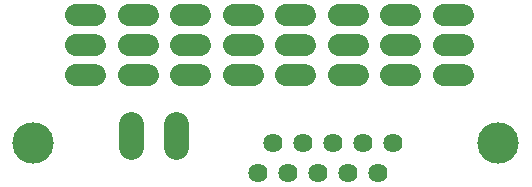
<source format=gts>
From 3f74740bec4e1e3a9e168d84ae314b1e76705b4f Mon Sep 17 00:00:00 2001
From: Nicolas Schodet
Date: Thu, 7 Apr 2011 02:48:09 +0200
Subject: digital: batchpcb order

---
 .../pcb/orders/batchpcb_2011-04-06/spoke-servo.GTS | 82 ++++++++++++++++++++++
 1 file changed, 82 insertions(+)
 create mode 100644 digital/io-hub/pcb/orders/batchpcb_2011-04-06/spoke-servo.GTS

(limited to 'digital/io-hub/pcb/orders/batchpcb_2011-04-06/spoke-servo.GTS')

diff --git a/digital/io-hub/pcb/orders/batchpcb_2011-04-06/spoke-servo.GTS b/digital/io-hub/pcb/orders/batchpcb_2011-04-06/spoke-servo.GTS
new file mode 100644
index 00000000..dcd2b7c3
--- /dev/null
+++ b/digital/io-hub/pcb/orders/batchpcb_2011-04-06/spoke-servo.GTS
@@ -0,0 +1,82 @@
+G75*
+G70*
+%OFA0B0*%
+%FSLAX24Y24*%
+%IPPOS*%
+%LPD*%
+%AMOC8*
+5,1,8,0,0,1.08239X$1,22.5*
+%
+%ADD10C,0.1379*%
+%ADD11C,0.0640*%
+%ADD12C,0.0830*%
+%ADD13C,0.0720*%
+D10*
+X001901Y003030D03*
+X017401Y003030D03*
+D11*
+X013901Y003030D03*
+X012901Y003030D03*
+X011901Y003030D03*
+X010901Y003030D03*
+X009901Y003030D03*
+X009401Y002030D03*
+X010401Y002030D03*
+X011401Y002030D03*
+X012401Y002030D03*
+X013401Y002030D03*
+D12*
+X005151Y002905D02*
+X005151Y003655D01*
+X006651Y003655D02*
+X006651Y002905D01*
+D13*
+X006831Y005280D02*
+X007471Y005280D01*
+X008581Y005280D02*
+X009221Y005280D01*
+X010331Y005280D02*
+X010971Y005280D01*
+X012081Y005280D02*
+X012721Y005280D01*
+X013831Y005280D02*
+X014471Y005280D01*
+X015581Y005280D02*
+X016221Y005280D01*
+X016221Y006280D02*
+X015581Y006280D01*
+X014471Y006280D02*
+X013831Y006280D01*
+X012721Y006280D02*
+X012081Y006280D01*
+X010971Y006280D02*
+X010331Y006280D01*
+X009221Y006280D02*
+X008581Y006280D01*
+X007471Y006280D02*
+X006831Y006280D01*
+X005721Y006280D02*
+X005081Y006280D01*
+X003971Y006280D02*
+X003331Y006280D01*
+X003331Y005280D02*
+X003971Y005280D01*
+X005081Y005280D02*
+X005721Y005280D01*
+X005721Y007280D02*
+X005081Y007280D01*
+X003971Y007280D02*
+X003331Y007280D01*
+X006831Y007280D02*
+X007471Y007280D01*
+X008581Y007280D02*
+X009221Y007280D01*
+X010331Y007280D02*
+X010971Y007280D01*
+X012081Y007280D02*
+X012721Y007280D01*
+X013831Y007280D02*
+X014471Y007280D01*
+X015581Y007280D02*
+X016221Y007280D01*
+M02*
-- 
cgit v1.2.3


</source>
